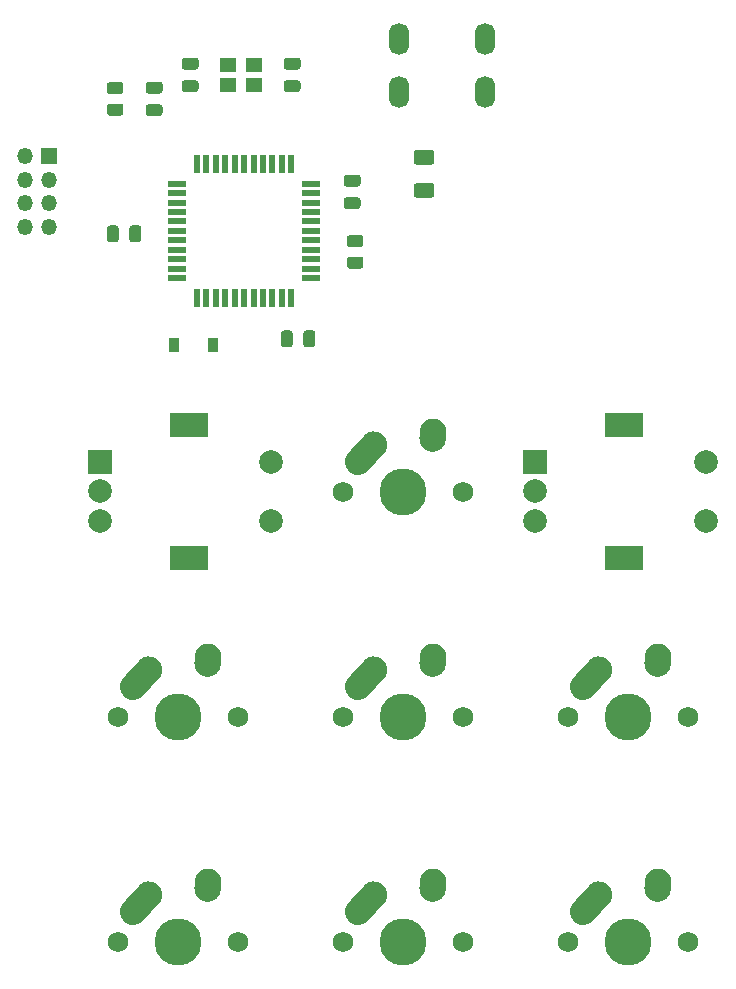
<source format=gbs>
%TF.GenerationSoftware,KiCad,Pcbnew,(5.1.9)-1*%
%TF.CreationDate,2021-06-06T12:13:44+10:00*%
%TF.ProjectId,Productivity Macro,50726f64-7563-4746-9976-697479204d61,rev?*%
%TF.SameCoordinates,Original*%
%TF.FileFunction,Soldermask,Bot*%
%TF.FilePolarity,Negative*%
%FSLAX46Y46*%
G04 Gerber Fmt 4.6, Leading zero omitted, Abs format (unit mm)*
G04 Created by KiCad (PCBNEW (5.1.9)-1) date 2021-06-06 12:13:44*
%MOMM*%
%LPD*%
G01*
G04 APERTURE LIST*
%ADD10O,1.350000X1.350000*%
%ADD11R,1.350000X1.350000*%
%ADD12O,1.700000X2.700000*%
%ADD13R,1.400000X1.200000*%
%ADD14R,0.550000X1.500000*%
%ADD15R,1.500000X0.550000*%
%ADD16R,2.000000X2.000000*%
%ADD17C,2.000000*%
%ADD18R,3.200000X2.000000*%
%ADD19C,1.750000*%
%ADD20C,2.250000*%
%ADD21C,3.987800*%
%ADD22R,0.900000X1.200000*%
G04 APERTURE END LIST*
D10*
%TO.C,J4*%
X189516000Y-63404000D03*
X191516000Y-63404000D03*
X189516000Y-61404000D03*
X191516000Y-61404000D03*
X189516000Y-59404000D03*
X191516000Y-59404000D03*
X189516000Y-57404000D03*
D11*
X191516000Y-57404000D03*
%TD*%
D12*
%TO.C,USB1*%
X228440000Y-47498000D03*
X221140000Y-47498000D03*
X221140000Y-51998000D03*
X228440000Y-51998000D03*
%TD*%
D13*
%TO.C,Y1*%
X208872000Y-49696000D03*
X206672000Y-49696000D03*
X206672000Y-51396000D03*
X208872000Y-51396000D03*
%TD*%
D14*
%TO.C,U1*%
X204026000Y-69454000D03*
X204826000Y-69454000D03*
X205626000Y-69454000D03*
X206426000Y-69454000D03*
X207226000Y-69454000D03*
X208026000Y-69454000D03*
X208826000Y-69454000D03*
X209626000Y-69454000D03*
X210426000Y-69454000D03*
X211226000Y-69454000D03*
X212026000Y-69454000D03*
D15*
X213726000Y-67754000D03*
X213726000Y-66954000D03*
X213726000Y-66154000D03*
X213726000Y-65354000D03*
X213726000Y-64554000D03*
X213726000Y-63754000D03*
X213726000Y-62954000D03*
X213726000Y-62154000D03*
X213726000Y-61354000D03*
X213726000Y-60554000D03*
X213726000Y-59754000D03*
D14*
X212026000Y-58054000D03*
X211226000Y-58054000D03*
X210426000Y-58054000D03*
X209626000Y-58054000D03*
X208826000Y-58054000D03*
X208026000Y-58054000D03*
X207226000Y-58054000D03*
X206426000Y-58054000D03*
X205626000Y-58054000D03*
X204826000Y-58054000D03*
X204026000Y-58054000D03*
D15*
X202326000Y-59754000D03*
X202326000Y-60554000D03*
X202326000Y-61354000D03*
X202326000Y-62154000D03*
X202326000Y-62954000D03*
X202326000Y-63754000D03*
X202326000Y-64554000D03*
X202326000Y-65354000D03*
X202326000Y-66154000D03*
X202326000Y-66954000D03*
X202326000Y-67754000D03*
%TD*%
D16*
%TO.C,SW3*%
X232664000Y-83312000D03*
D17*
X232664000Y-85812000D03*
X232664000Y-88312000D03*
D18*
X240164000Y-80212000D03*
X240164000Y-91412000D03*
D17*
X247164000Y-83312000D03*
X247164000Y-88312000D03*
%TD*%
D16*
%TO.C,SW2*%
X195834000Y-83312000D03*
D17*
X195834000Y-85812000D03*
X195834000Y-88312000D03*
D18*
X203334000Y-80212000D03*
X203334000Y-91412000D03*
D17*
X210334000Y-83312000D03*
X210334000Y-88312000D03*
%TD*%
%TO.C,R4*%
G36*
G01*
X217874002Y-65132000D02*
X216973998Y-65132000D01*
G75*
G02*
X216724000Y-64882002I0J249998D01*
G01*
X216724000Y-64356998D01*
G75*
G02*
X216973998Y-64107000I249998J0D01*
G01*
X217874002Y-64107000D01*
G75*
G02*
X218124000Y-64356998I0J-249998D01*
G01*
X218124000Y-64882002D01*
G75*
G02*
X217874002Y-65132000I-249998J0D01*
G01*
G37*
G36*
G01*
X217874002Y-66957000D02*
X216973998Y-66957000D01*
G75*
G02*
X216724000Y-66707002I0J249998D01*
G01*
X216724000Y-66181998D01*
G75*
G02*
X216973998Y-65932000I249998J0D01*
G01*
X217874002Y-65932000D01*
G75*
G02*
X218124000Y-66181998I0J-249998D01*
G01*
X218124000Y-66707002D01*
G75*
G02*
X217874002Y-66957000I-249998J0D01*
G01*
G37*
%TD*%
%TO.C,R1*%
G36*
G01*
X196653998Y-52978000D02*
X197554002Y-52978000D01*
G75*
G02*
X197804000Y-53227998I0J-249998D01*
G01*
X197804000Y-53753002D01*
G75*
G02*
X197554002Y-54003000I-249998J0D01*
G01*
X196653998Y-54003000D01*
G75*
G02*
X196404000Y-53753002I0J249998D01*
G01*
X196404000Y-53227998D01*
G75*
G02*
X196653998Y-52978000I249998J0D01*
G01*
G37*
G36*
G01*
X196653998Y-51153000D02*
X197554002Y-51153000D01*
G75*
G02*
X197804000Y-51402998I0J-249998D01*
G01*
X197804000Y-51928002D01*
G75*
G02*
X197554002Y-52178000I-249998J0D01*
G01*
X196653998Y-52178000D01*
G75*
G02*
X196404000Y-51928002I0J249998D01*
G01*
X196404000Y-51402998D01*
G75*
G02*
X196653998Y-51153000I249998J0D01*
G01*
G37*
%TD*%
D19*
%TO.C,MX7*%
X245618000Y-123952000D03*
X235458000Y-123952000D03*
D20*
X238038000Y-119952000D03*
D21*
X240538000Y-123952000D03*
G36*
G01*
X235976688Y-122249350D02*
X235976683Y-122249345D01*
G75*
G02*
X235890655Y-120660683I751317J837345D01*
G01*
X237200657Y-119200683D01*
G75*
G02*
X238789319Y-119114655I837345J-751317D01*
G01*
X238789319Y-119114655D01*
G75*
G02*
X238875347Y-120703317I-751317J-837345D01*
G01*
X237565345Y-122163317D01*
G75*
G02*
X235976683Y-122249345I-837345J751317D01*
G01*
G37*
D20*
X243078000Y-118872000D03*
G36*
G01*
X242961483Y-120574395D02*
X242960597Y-120574334D01*
G75*
G02*
X241915666Y-119374597I77403J1122334D01*
G01*
X241955666Y-118794597D01*
G75*
G02*
X243155403Y-117749666I1122334J-77403D01*
G01*
X243155403Y-117749666D01*
G75*
G02*
X244200334Y-118949403I-77403J-1122334D01*
G01*
X244160334Y-119529403D01*
G75*
G02*
X242960597Y-120574334I-1122334J77403D01*
G01*
G37*
%TD*%
D19*
%TO.C,MX6*%
X226568000Y-123952000D03*
X216408000Y-123952000D03*
D20*
X218988000Y-119952000D03*
D21*
X221488000Y-123952000D03*
G36*
G01*
X216926688Y-122249350D02*
X216926683Y-122249345D01*
G75*
G02*
X216840655Y-120660683I751317J837345D01*
G01*
X218150657Y-119200683D01*
G75*
G02*
X219739319Y-119114655I837345J-751317D01*
G01*
X219739319Y-119114655D01*
G75*
G02*
X219825347Y-120703317I-751317J-837345D01*
G01*
X218515345Y-122163317D01*
G75*
G02*
X216926683Y-122249345I-837345J751317D01*
G01*
G37*
D20*
X224028000Y-118872000D03*
G36*
G01*
X223911483Y-120574395D02*
X223910597Y-120574334D01*
G75*
G02*
X222865666Y-119374597I77403J1122334D01*
G01*
X222905666Y-118794597D01*
G75*
G02*
X224105403Y-117749666I1122334J-77403D01*
G01*
X224105403Y-117749666D01*
G75*
G02*
X225150334Y-118949403I-77403J-1122334D01*
G01*
X225110334Y-119529403D01*
G75*
G02*
X223910597Y-120574334I-1122334J77403D01*
G01*
G37*
%TD*%
D19*
%TO.C,MX5*%
X207518000Y-123952000D03*
X197358000Y-123952000D03*
D20*
X199938000Y-119952000D03*
D21*
X202438000Y-123952000D03*
G36*
G01*
X197876688Y-122249350D02*
X197876683Y-122249345D01*
G75*
G02*
X197790655Y-120660683I751317J837345D01*
G01*
X199100657Y-119200683D01*
G75*
G02*
X200689319Y-119114655I837345J-751317D01*
G01*
X200689319Y-119114655D01*
G75*
G02*
X200775347Y-120703317I-751317J-837345D01*
G01*
X199465345Y-122163317D01*
G75*
G02*
X197876683Y-122249345I-837345J751317D01*
G01*
G37*
D20*
X204978000Y-118872000D03*
G36*
G01*
X204861483Y-120574395D02*
X204860597Y-120574334D01*
G75*
G02*
X203815666Y-119374597I77403J1122334D01*
G01*
X203855666Y-118794597D01*
G75*
G02*
X205055403Y-117749666I1122334J-77403D01*
G01*
X205055403Y-117749666D01*
G75*
G02*
X206100334Y-118949403I-77403J-1122334D01*
G01*
X206060334Y-119529403D01*
G75*
G02*
X204860597Y-120574334I-1122334J77403D01*
G01*
G37*
%TD*%
D19*
%TO.C,MX4*%
X245618000Y-104902000D03*
X235458000Y-104902000D03*
D20*
X238038000Y-100902000D03*
D21*
X240538000Y-104902000D03*
G36*
G01*
X235976688Y-103199350D02*
X235976683Y-103199345D01*
G75*
G02*
X235890655Y-101610683I751317J837345D01*
G01*
X237200657Y-100150683D01*
G75*
G02*
X238789319Y-100064655I837345J-751317D01*
G01*
X238789319Y-100064655D01*
G75*
G02*
X238875347Y-101653317I-751317J-837345D01*
G01*
X237565345Y-103113317D01*
G75*
G02*
X235976683Y-103199345I-837345J751317D01*
G01*
G37*
D20*
X243078000Y-99822000D03*
G36*
G01*
X242961483Y-101524395D02*
X242960597Y-101524334D01*
G75*
G02*
X241915666Y-100324597I77403J1122334D01*
G01*
X241955666Y-99744597D01*
G75*
G02*
X243155403Y-98699666I1122334J-77403D01*
G01*
X243155403Y-98699666D01*
G75*
G02*
X244200334Y-99899403I-77403J-1122334D01*
G01*
X244160334Y-100479403D01*
G75*
G02*
X242960597Y-101524334I-1122334J77403D01*
G01*
G37*
%TD*%
D19*
%TO.C,MX3*%
X226568000Y-104902000D03*
X216408000Y-104902000D03*
D20*
X218988000Y-100902000D03*
D21*
X221488000Y-104902000D03*
G36*
G01*
X216926688Y-103199350D02*
X216926683Y-103199345D01*
G75*
G02*
X216840655Y-101610683I751317J837345D01*
G01*
X218150657Y-100150683D01*
G75*
G02*
X219739319Y-100064655I837345J-751317D01*
G01*
X219739319Y-100064655D01*
G75*
G02*
X219825347Y-101653317I-751317J-837345D01*
G01*
X218515345Y-103113317D01*
G75*
G02*
X216926683Y-103199345I-837345J751317D01*
G01*
G37*
D20*
X224028000Y-99822000D03*
G36*
G01*
X223911483Y-101524395D02*
X223910597Y-101524334D01*
G75*
G02*
X222865666Y-100324597I77403J1122334D01*
G01*
X222905666Y-99744597D01*
G75*
G02*
X224105403Y-98699666I1122334J-77403D01*
G01*
X224105403Y-98699666D01*
G75*
G02*
X225150334Y-99899403I-77403J-1122334D01*
G01*
X225110334Y-100479403D01*
G75*
G02*
X223910597Y-101524334I-1122334J77403D01*
G01*
G37*
%TD*%
D19*
%TO.C,MX2*%
X207518000Y-104902000D03*
X197358000Y-104902000D03*
D20*
X199938000Y-100902000D03*
D21*
X202438000Y-104902000D03*
G36*
G01*
X197876688Y-103199350D02*
X197876683Y-103199345D01*
G75*
G02*
X197790655Y-101610683I751317J837345D01*
G01*
X199100657Y-100150683D01*
G75*
G02*
X200689319Y-100064655I837345J-751317D01*
G01*
X200689319Y-100064655D01*
G75*
G02*
X200775347Y-101653317I-751317J-837345D01*
G01*
X199465345Y-103113317D01*
G75*
G02*
X197876683Y-103199345I-837345J751317D01*
G01*
G37*
D20*
X204978000Y-99822000D03*
G36*
G01*
X204861483Y-101524395D02*
X204860597Y-101524334D01*
G75*
G02*
X203815666Y-100324597I77403J1122334D01*
G01*
X203855666Y-99744597D01*
G75*
G02*
X205055403Y-98699666I1122334J-77403D01*
G01*
X205055403Y-98699666D01*
G75*
G02*
X206100334Y-99899403I-77403J-1122334D01*
G01*
X206060334Y-100479403D01*
G75*
G02*
X204860597Y-101524334I-1122334J77403D01*
G01*
G37*
%TD*%
D19*
%TO.C,MX1*%
X226568000Y-85852000D03*
X216408000Y-85852000D03*
D20*
X218988000Y-81852000D03*
D21*
X221488000Y-85852000D03*
G36*
G01*
X216926688Y-84149350D02*
X216926683Y-84149345D01*
G75*
G02*
X216840655Y-82560683I751317J837345D01*
G01*
X218150657Y-81100683D01*
G75*
G02*
X219739319Y-81014655I837345J-751317D01*
G01*
X219739319Y-81014655D01*
G75*
G02*
X219825347Y-82603317I-751317J-837345D01*
G01*
X218515345Y-84063317D01*
G75*
G02*
X216926683Y-84149345I-837345J751317D01*
G01*
G37*
D20*
X224028000Y-80772000D03*
G36*
G01*
X223911483Y-82474395D02*
X223910597Y-82474334D01*
G75*
G02*
X222865666Y-81274597I77403J1122334D01*
G01*
X222905666Y-80694597D01*
G75*
G02*
X224105403Y-79649666I1122334J-77403D01*
G01*
X224105403Y-79649666D01*
G75*
G02*
X225150334Y-80849403I-77403J-1122334D01*
G01*
X225110334Y-81429403D01*
G75*
G02*
X223910597Y-82474334I-1122334J77403D01*
G01*
G37*
%TD*%
%TO.C,F1*%
G36*
G01*
X223891000Y-58153000D02*
X222641000Y-58153000D01*
G75*
G02*
X222391000Y-57903000I0J250000D01*
G01*
X222391000Y-57153000D01*
G75*
G02*
X222641000Y-56903000I250000J0D01*
G01*
X223891000Y-56903000D01*
G75*
G02*
X224141000Y-57153000I0J-250000D01*
G01*
X224141000Y-57903000D01*
G75*
G02*
X223891000Y-58153000I-250000J0D01*
G01*
G37*
G36*
G01*
X223891000Y-60953000D02*
X222641000Y-60953000D01*
G75*
G02*
X222391000Y-60703000I0J250000D01*
G01*
X222391000Y-59953000D01*
G75*
G02*
X222641000Y-59703000I250000J0D01*
G01*
X223891000Y-59703000D01*
G75*
G02*
X224141000Y-59953000I0J-250000D01*
G01*
X224141000Y-60703000D01*
G75*
G02*
X223891000Y-60953000I-250000J0D01*
G01*
G37*
%TD*%
D22*
%TO.C,C7*%
X205358000Y-73406000D03*
X202058000Y-73406000D03*
%TD*%
%TO.C,C6*%
G36*
G01*
X212148000Y-72423000D02*
X212148000Y-73373000D01*
G75*
G02*
X211898000Y-73623000I-250000J0D01*
G01*
X211398000Y-73623000D01*
G75*
G02*
X211148000Y-73373000I0J250000D01*
G01*
X211148000Y-72423000D01*
G75*
G02*
X211398000Y-72173000I250000J0D01*
G01*
X211898000Y-72173000D01*
G75*
G02*
X212148000Y-72423000I0J-250000D01*
G01*
G37*
G36*
G01*
X214048000Y-72423000D02*
X214048000Y-73373000D01*
G75*
G02*
X213798000Y-73623000I-250000J0D01*
G01*
X213298000Y-73623000D01*
G75*
G02*
X213048000Y-73373000I0J250000D01*
G01*
X213048000Y-72423000D01*
G75*
G02*
X213298000Y-72173000I250000J0D01*
G01*
X213798000Y-72173000D01*
G75*
G02*
X214048000Y-72423000I0J-250000D01*
G01*
G37*
%TD*%
%TO.C,C5*%
G36*
G01*
X217645000Y-60002000D02*
X216695000Y-60002000D01*
G75*
G02*
X216445000Y-59752000I0J250000D01*
G01*
X216445000Y-59252000D01*
G75*
G02*
X216695000Y-59002000I250000J0D01*
G01*
X217645000Y-59002000D01*
G75*
G02*
X217895000Y-59252000I0J-250000D01*
G01*
X217895000Y-59752000D01*
G75*
G02*
X217645000Y-60002000I-250000J0D01*
G01*
G37*
G36*
G01*
X217645000Y-61902000D02*
X216695000Y-61902000D01*
G75*
G02*
X216445000Y-61652000I0J250000D01*
G01*
X216445000Y-61152000D01*
G75*
G02*
X216695000Y-60902000I250000J0D01*
G01*
X217645000Y-60902000D01*
G75*
G02*
X217895000Y-61152000I0J-250000D01*
G01*
X217895000Y-61652000D01*
G75*
G02*
X217645000Y-61902000I-250000J0D01*
G01*
G37*
%TD*%
%TO.C,C4*%
G36*
G01*
X200881000Y-52128000D02*
X199931000Y-52128000D01*
G75*
G02*
X199681000Y-51878000I0J250000D01*
G01*
X199681000Y-51378000D01*
G75*
G02*
X199931000Y-51128000I250000J0D01*
G01*
X200881000Y-51128000D01*
G75*
G02*
X201131000Y-51378000I0J-250000D01*
G01*
X201131000Y-51878000D01*
G75*
G02*
X200881000Y-52128000I-250000J0D01*
G01*
G37*
G36*
G01*
X200881000Y-54028000D02*
X199931000Y-54028000D01*
G75*
G02*
X199681000Y-53778000I0J250000D01*
G01*
X199681000Y-53278000D01*
G75*
G02*
X199931000Y-53028000I250000J0D01*
G01*
X200881000Y-53028000D01*
G75*
G02*
X201131000Y-53278000I0J-250000D01*
G01*
X201131000Y-53778000D01*
G75*
G02*
X200881000Y-54028000I-250000J0D01*
G01*
G37*
%TD*%
%TO.C,C3*%
G36*
G01*
X197416000Y-63533000D02*
X197416000Y-64483000D01*
G75*
G02*
X197166000Y-64733000I-250000J0D01*
G01*
X196666000Y-64733000D01*
G75*
G02*
X196416000Y-64483000I0J250000D01*
G01*
X196416000Y-63533000D01*
G75*
G02*
X196666000Y-63283000I250000J0D01*
G01*
X197166000Y-63283000D01*
G75*
G02*
X197416000Y-63533000I0J-250000D01*
G01*
G37*
G36*
G01*
X199316000Y-63533000D02*
X199316000Y-64483000D01*
G75*
G02*
X199066000Y-64733000I-250000J0D01*
G01*
X198566000Y-64733000D01*
G75*
G02*
X198316000Y-64483000I0J250000D01*
G01*
X198316000Y-63533000D01*
G75*
G02*
X198566000Y-63283000I250000J0D01*
G01*
X199066000Y-63283000D01*
G75*
G02*
X199316000Y-63533000I0J-250000D01*
G01*
G37*
%TD*%
%TO.C,C2*%
G36*
G01*
X202979000Y-50996000D02*
X203929000Y-50996000D01*
G75*
G02*
X204179000Y-51246000I0J-250000D01*
G01*
X204179000Y-51746000D01*
G75*
G02*
X203929000Y-51996000I-250000J0D01*
G01*
X202979000Y-51996000D01*
G75*
G02*
X202729000Y-51746000I0J250000D01*
G01*
X202729000Y-51246000D01*
G75*
G02*
X202979000Y-50996000I250000J0D01*
G01*
G37*
G36*
G01*
X202979000Y-49096000D02*
X203929000Y-49096000D01*
G75*
G02*
X204179000Y-49346000I0J-250000D01*
G01*
X204179000Y-49846000D01*
G75*
G02*
X203929000Y-50096000I-250000J0D01*
G01*
X202979000Y-50096000D01*
G75*
G02*
X202729000Y-49846000I0J250000D01*
G01*
X202729000Y-49346000D01*
G75*
G02*
X202979000Y-49096000I250000J0D01*
G01*
G37*
%TD*%
%TO.C,C1*%
G36*
G01*
X212565000Y-50096000D02*
X211615000Y-50096000D01*
G75*
G02*
X211365000Y-49846000I0J250000D01*
G01*
X211365000Y-49346000D01*
G75*
G02*
X211615000Y-49096000I250000J0D01*
G01*
X212565000Y-49096000D01*
G75*
G02*
X212815000Y-49346000I0J-250000D01*
G01*
X212815000Y-49846000D01*
G75*
G02*
X212565000Y-50096000I-250000J0D01*
G01*
G37*
G36*
G01*
X212565000Y-51996000D02*
X211615000Y-51996000D01*
G75*
G02*
X211365000Y-51746000I0J250000D01*
G01*
X211365000Y-51246000D01*
G75*
G02*
X211615000Y-50996000I250000J0D01*
G01*
X212565000Y-50996000D01*
G75*
G02*
X212815000Y-51246000I0J-250000D01*
G01*
X212815000Y-51746000D01*
G75*
G02*
X212565000Y-51996000I-250000J0D01*
G01*
G37*
%TD*%
M02*

</source>
